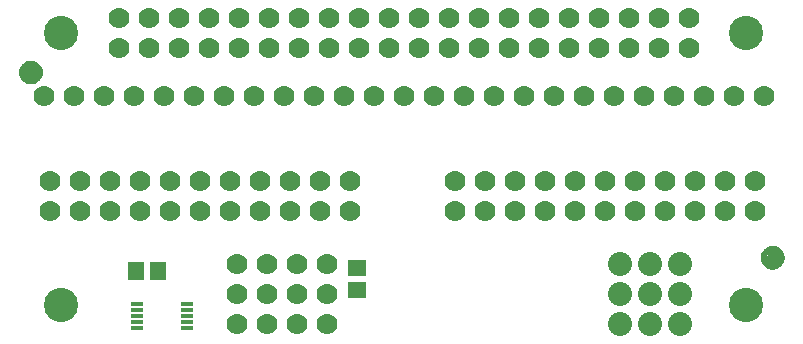
<source format=gbr>
G04 EAGLE Gerber RS-274X export*
G75*
%MOMM*%
%FSLAX34Y34*%
%LPD*%
%INSoldermask Top*%
%IPPOS*%
%AMOC8*
5,1,8,0,0,1.08239X$1,22.5*%
G01*
%ADD10C,2.901600*%
%ADD11C,1.778000*%
%ADD12C,1.101600*%
%ADD13C,0.500000*%
%ADD14C,2.032000*%
%ADD15R,1.101600X0.351600*%
%ADD16R,1.341600X1.601600*%
%ADD17R,1.601600X1.341600*%


D10*
X35000Y35000D03*
X35000Y265000D03*
X615000Y265000D03*
X615000Y35000D03*
D11*
X83700Y252300D03*
X83700Y277700D03*
X109100Y252300D03*
X109100Y277700D03*
X134500Y252300D03*
X134500Y277700D03*
X159900Y252300D03*
X159900Y277700D03*
X185300Y252300D03*
X185300Y277700D03*
X210700Y252300D03*
X210700Y277700D03*
X236100Y252300D03*
X236100Y277700D03*
X261500Y252300D03*
X261500Y277700D03*
X286900Y252300D03*
X286900Y277700D03*
X312300Y252300D03*
X312300Y277700D03*
X337700Y252300D03*
X337700Y277700D03*
X363100Y252300D03*
X363100Y277700D03*
X388500Y252300D03*
X388500Y277700D03*
X413900Y252300D03*
X413900Y277700D03*
X439300Y252300D03*
X439300Y277700D03*
X464700Y252300D03*
X464700Y277700D03*
X490100Y252300D03*
X490100Y277700D03*
X515500Y252300D03*
X515500Y277700D03*
X540900Y252300D03*
X540900Y277700D03*
X566300Y252300D03*
X566300Y277700D03*
X20320Y212090D03*
X45720Y212090D03*
X71120Y212090D03*
X96520Y212090D03*
X121920Y212090D03*
X147320Y212090D03*
X172720Y212090D03*
X198120Y212090D03*
X223520Y212090D03*
X248920Y212090D03*
X274320Y212090D03*
X299720Y212090D03*
X325120Y212090D03*
X350520Y212090D03*
X375920Y212090D03*
X401320Y212090D03*
X426720Y212090D03*
X452120Y212090D03*
X477520Y212090D03*
X502920Y212090D03*
X528320Y212090D03*
X553720Y212090D03*
X579120Y212090D03*
X604520Y212090D03*
X629920Y212090D03*
D12*
X9525Y231775D03*
D13*
X9525Y239275D02*
X9344Y239273D01*
X9163Y239266D01*
X8982Y239255D01*
X8801Y239240D01*
X8621Y239220D01*
X8441Y239196D01*
X8262Y239168D01*
X8084Y239135D01*
X7907Y239098D01*
X7730Y239057D01*
X7555Y239012D01*
X7380Y238962D01*
X7207Y238908D01*
X7036Y238850D01*
X6865Y238788D01*
X6697Y238721D01*
X6530Y238651D01*
X6364Y238577D01*
X6201Y238498D01*
X6040Y238416D01*
X5880Y238330D01*
X5723Y238240D01*
X5568Y238146D01*
X5415Y238049D01*
X5265Y237947D01*
X5117Y237843D01*
X4971Y237734D01*
X4829Y237623D01*
X4689Y237507D01*
X4552Y237389D01*
X4417Y237267D01*
X4286Y237142D01*
X4158Y237014D01*
X4033Y236883D01*
X3911Y236748D01*
X3793Y236611D01*
X3677Y236471D01*
X3566Y236329D01*
X3457Y236183D01*
X3353Y236035D01*
X3251Y235885D01*
X3154Y235732D01*
X3060Y235577D01*
X2970Y235420D01*
X2884Y235260D01*
X2802Y235099D01*
X2723Y234936D01*
X2649Y234770D01*
X2579Y234603D01*
X2512Y234435D01*
X2450Y234264D01*
X2392Y234093D01*
X2338Y233920D01*
X2288Y233745D01*
X2243Y233570D01*
X2202Y233393D01*
X2165Y233216D01*
X2132Y233038D01*
X2104Y232859D01*
X2080Y232679D01*
X2060Y232499D01*
X2045Y232318D01*
X2034Y232137D01*
X2027Y231956D01*
X2025Y231775D01*
X9525Y239275D02*
X9706Y239273D01*
X9887Y239266D01*
X10068Y239255D01*
X10249Y239240D01*
X10429Y239220D01*
X10609Y239196D01*
X10788Y239168D01*
X10966Y239135D01*
X11143Y239098D01*
X11320Y239057D01*
X11495Y239012D01*
X11670Y238962D01*
X11843Y238908D01*
X12014Y238850D01*
X12185Y238788D01*
X12353Y238721D01*
X12520Y238651D01*
X12686Y238577D01*
X12849Y238498D01*
X13010Y238416D01*
X13170Y238330D01*
X13327Y238240D01*
X13482Y238146D01*
X13635Y238049D01*
X13785Y237947D01*
X13933Y237843D01*
X14079Y237734D01*
X14221Y237623D01*
X14361Y237507D01*
X14498Y237389D01*
X14633Y237267D01*
X14764Y237142D01*
X14892Y237014D01*
X15017Y236883D01*
X15139Y236748D01*
X15257Y236611D01*
X15373Y236471D01*
X15484Y236329D01*
X15593Y236183D01*
X15697Y236035D01*
X15799Y235885D01*
X15896Y235732D01*
X15990Y235577D01*
X16080Y235420D01*
X16166Y235260D01*
X16248Y235099D01*
X16327Y234936D01*
X16401Y234770D01*
X16471Y234603D01*
X16538Y234435D01*
X16600Y234264D01*
X16658Y234093D01*
X16712Y233920D01*
X16762Y233745D01*
X16807Y233570D01*
X16848Y233393D01*
X16885Y233216D01*
X16918Y233038D01*
X16946Y232859D01*
X16970Y232679D01*
X16990Y232499D01*
X17005Y232318D01*
X17016Y232137D01*
X17023Y231956D01*
X17025Y231775D01*
X17023Y231594D01*
X17016Y231413D01*
X17005Y231232D01*
X16990Y231051D01*
X16970Y230871D01*
X16946Y230691D01*
X16918Y230512D01*
X16885Y230334D01*
X16848Y230157D01*
X16807Y229980D01*
X16762Y229805D01*
X16712Y229630D01*
X16658Y229457D01*
X16600Y229286D01*
X16538Y229115D01*
X16471Y228947D01*
X16401Y228780D01*
X16327Y228614D01*
X16248Y228451D01*
X16166Y228290D01*
X16080Y228130D01*
X15990Y227973D01*
X15896Y227818D01*
X15799Y227665D01*
X15697Y227515D01*
X15593Y227367D01*
X15484Y227221D01*
X15373Y227079D01*
X15257Y226939D01*
X15139Y226802D01*
X15017Y226667D01*
X14892Y226536D01*
X14764Y226408D01*
X14633Y226283D01*
X14498Y226161D01*
X14361Y226043D01*
X14221Y225927D01*
X14079Y225816D01*
X13933Y225707D01*
X13785Y225603D01*
X13635Y225501D01*
X13482Y225404D01*
X13327Y225310D01*
X13170Y225220D01*
X13010Y225134D01*
X12849Y225052D01*
X12686Y224973D01*
X12520Y224899D01*
X12353Y224829D01*
X12185Y224762D01*
X12014Y224700D01*
X11843Y224642D01*
X11670Y224588D01*
X11495Y224538D01*
X11320Y224493D01*
X11143Y224452D01*
X10966Y224415D01*
X10788Y224382D01*
X10609Y224354D01*
X10429Y224330D01*
X10249Y224310D01*
X10068Y224295D01*
X9887Y224284D01*
X9706Y224277D01*
X9525Y224275D01*
X9344Y224277D01*
X9163Y224284D01*
X8982Y224295D01*
X8801Y224310D01*
X8621Y224330D01*
X8441Y224354D01*
X8262Y224382D01*
X8084Y224415D01*
X7907Y224452D01*
X7730Y224493D01*
X7555Y224538D01*
X7380Y224588D01*
X7207Y224642D01*
X7036Y224700D01*
X6865Y224762D01*
X6697Y224829D01*
X6530Y224899D01*
X6364Y224973D01*
X6201Y225052D01*
X6040Y225134D01*
X5880Y225220D01*
X5723Y225310D01*
X5568Y225404D01*
X5415Y225501D01*
X5265Y225603D01*
X5117Y225707D01*
X4971Y225816D01*
X4829Y225927D01*
X4689Y226043D01*
X4552Y226161D01*
X4417Y226283D01*
X4286Y226408D01*
X4158Y226536D01*
X4033Y226667D01*
X3911Y226802D01*
X3793Y226939D01*
X3677Y227079D01*
X3566Y227221D01*
X3457Y227367D01*
X3353Y227515D01*
X3251Y227665D01*
X3154Y227818D01*
X3060Y227973D01*
X2970Y228130D01*
X2884Y228290D01*
X2802Y228451D01*
X2723Y228614D01*
X2649Y228780D01*
X2579Y228947D01*
X2512Y229115D01*
X2450Y229286D01*
X2392Y229457D01*
X2338Y229630D01*
X2288Y229805D01*
X2243Y229980D01*
X2202Y230157D01*
X2165Y230334D01*
X2132Y230512D01*
X2104Y230691D01*
X2080Y230871D01*
X2060Y231051D01*
X2045Y231232D01*
X2034Y231413D01*
X2027Y231594D01*
X2025Y231775D01*
D12*
X637540Y74930D03*
D13*
X637540Y82430D02*
X637359Y82428D01*
X637178Y82421D01*
X636997Y82410D01*
X636816Y82395D01*
X636636Y82375D01*
X636456Y82351D01*
X636277Y82323D01*
X636099Y82290D01*
X635922Y82253D01*
X635745Y82212D01*
X635570Y82167D01*
X635395Y82117D01*
X635222Y82063D01*
X635051Y82005D01*
X634880Y81943D01*
X634712Y81876D01*
X634545Y81806D01*
X634379Y81732D01*
X634216Y81653D01*
X634055Y81571D01*
X633895Y81485D01*
X633738Y81395D01*
X633583Y81301D01*
X633430Y81204D01*
X633280Y81102D01*
X633132Y80998D01*
X632986Y80889D01*
X632844Y80778D01*
X632704Y80662D01*
X632567Y80544D01*
X632432Y80422D01*
X632301Y80297D01*
X632173Y80169D01*
X632048Y80038D01*
X631926Y79903D01*
X631808Y79766D01*
X631692Y79626D01*
X631581Y79484D01*
X631472Y79338D01*
X631368Y79190D01*
X631266Y79040D01*
X631169Y78887D01*
X631075Y78732D01*
X630985Y78575D01*
X630899Y78415D01*
X630817Y78254D01*
X630738Y78091D01*
X630664Y77925D01*
X630594Y77758D01*
X630527Y77590D01*
X630465Y77419D01*
X630407Y77248D01*
X630353Y77075D01*
X630303Y76900D01*
X630258Y76725D01*
X630217Y76548D01*
X630180Y76371D01*
X630147Y76193D01*
X630119Y76014D01*
X630095Y75834D01*
X630075Y75654D01*
X630060Y75473D01*
X630049Y75292D01*
X630042Y75111D01*
X630040Y74930D01*
X637540Y82430D02*
X637721Y82428D01*
X637902Y82421D01*
X638083Y82410D01*
X638264Y82395D01*
X638444Y82375D01*
X638624Y82351D01*
X638803Y82323D01*
X638981Y82290D01*
X639158Y82253D01*
X639335Y82212D01*
X639510Y82167D01*
X639685Y82117D01*
X639858Y82063D01*
X640029Y82005D01*
X640200Y81943D01*
X640368Y81876D01*
X640535Y81806D01*
X640701Y81732D01*
X640864Y81653D01*
X641025Y81571D01*
X641185Y81485D01*
X641342Y81395D01*
X641497Y81301D01*
X641650Y81204D01*
X641800Y81102D01*
X641948Y80998D01*
X642094Y80889D01*
X642236Y80778D01*
X642376Y80662D01*
X642513Y80544D01*
X642648Y80422D01*
X642779Y80297D01*
X642907Y80169D01*
X643032Y80038D01*
X643154Y79903D01*
X643272Y79766D01*
X643388Y79626D01*
X643499Y79484D01*
X643608Y79338D01*
X643712Y79190D01*
X643814Y79040D01*
X643911Y78887D01*
X644005Y78732D01*
X644095Y78575D01*
X644181Y78415D01*
X644263Y78254D01*
X644342Y78091D01*
X644416Y77925D01*
X644486Y77758D01*
X644553Y77590D01*
X644615Y77419D01*
X644673Y77248D01*
X644727Y77075D01*
X644777Y76900D01*
X644822Y76725D01*
X644863Y76548D01*
X644900Y76371D01*
X644933Y76193D01*
X644961Y76014D01*
X644985Y75834D01*
X645005Y75654D01*
X645020Y75473D01*
X645031Y75292D01*
X645038Y75111D01*
X645040Y74930D01*
X645038Y74749D01*
X645031Y74568D01*
X645020Y74387D01*
X645005Y74206D01*
X644985Y74026D01*
X644961Y73846D01*
X644933Y73667D01*
X644900Y73489D01*
X644863Y73312D01*
X644822Y73135D01*
X644777Y72960D01*
X644727Y72785D01*
X644673Y72612D01*
X644615Y72441D01*
X644553Y72270D01*
X644486Y72102D01*
X644416Y71935D01*
X644342Y71769D01*
X644263Y71606D01*
X644181Y71445D01*
X644095Y71285D01*
X644005Y71128D01*
X643911Y70973D01*
X643814Y70820D01*
X643712Y70670D01*
X643608Y70522D01*
X643499Y70376D01*
X643388Y70234D01*
X643272Y70094D01*
X643154Y69957D01*
X643032Y69822D01*
X642907Y69691D01*
X642779Y69563D01*
X642648Y69438D01*
X642513Y69316D01*
X642376Y69198D01*
X642236Y69082D01*
X642094Y68971D01*
X641948Y68862D01*
X641800Y68758D01*
X641650Y68656D01*
X641497Y68559D01*
X641342Y68465D01*
X641185Y68375D01*
X641025Y68289D01*
X640864Y68207D01*
X640701Y68128D01*
X640535Y68054D01*
X640368Y67984D01*
X640200Y67917D01*
X640029Y67855D01*
X639858Y67797D01*
X639685Y67743D01*
X639510Y67693D01*
X639335Y67648D01*
X639158Y67607D01*
X638981Y67570D01*
X638803Y67537D01*
X638624Y67509D01*
X638444Y67485D01*
X638264Y67465D01*
X638083Y67450D01*
X637902Y67439D01*
X637721Y67432D01*
X637540Y67430D01*
X637359Y67432D01*
X637178Y67439D01*
X636997Y67450D01*
X636816Y67465D01*
X636636Y67485D01*
X636456Y67509D01*
X636277Y67537D01*
X636099Y67570D01*
X635922Y67607D01*
X635745Y67648D01*
X635570Y67693D01*
X635395Y67743D01*
X635222Y67797D01*
X635051Y67855D01*
X634880Y67917D01*
X634712Y67984D01*
X634545Y68054D01*
X634379Y68128D01*
X634216Y68207D01*
X634055Y68289D01*
X633895Y68375D01*
X633738Y68465D01*
X633583Y68559D01*
X633430Y68656D01*
X633280Y68758D01*
X633132Y68862D01*
X632986Y68971D01*
X632844Y69082D01*
X632704Y69198D01*
X632567Y69316D01*
X632432Y69438D01*
X632301Y69563D01*
X632173Y69691D01*
X632048Y69822D01*
X631926Y69957D01*
X631808Y70094D01*
X631692Y70234D01*
X631581Y70376D01*
X631472Y70522D01*
X631368Y70670D01*
X631266Y70820D01*
X631169Y70973D01*
X631075Y71128D01*
X630985Y71285D01*
X630899Y71445D01*
X630817Y71606D01*
X630738Y71769D01*
X630664Y71935D01*
X630594Y72102D01*
X630527Y72270D01*
X630465Y72441D01*
X630407Y72612D01*
X630353Y72785D01*
X630303Y72960D01*
X630258Y73135D01*
X630217Y73312D01*
X630180Y73489D01*
X630147Y73667D01*
X630119Y73846D01*
X630095Y74026D01*
X630075Y74206D01*
X630060Y74387D01*
X630049Y74568D01*
X630042Y74749D01*
X630040Y74930D01*
D14*
X508000Y69850D03*
X533400Y69850D03*
X558800Y69850D03*
X508000Y44450D03*
X533400Y44450D03*
X558800Y44450D03*
X508000Y19050D03*
X533400Y19050D03*
X558800Y19050D03*
D11*
X25400Y139700D03*
X50800Y139700D03*
X76200Y139700D03*
X101600Y139700D03*
X127000Y139700D03*
X152400Y139700D03*
X177800Y139700D03*
X203200Y139700D03*
X228600Y139700D03*
X254000Y139700D03*
X279400Y139700D03*
X25400Y114300D03*
X50800Y114300D03*
X76200Y114300D03*
X101600Y114300D03*
X127000Y114300D03*
X152400Y114300D03*
X177800Y114300D03*
X203200Y114300D03*
X228600Y114300D03*
X254000Y114300D03*
X279400Y114300D03*
X368300Y139700D03*
X393700Y139700D03*
X419100Y139700D03*
X444500Y139700D03*
X469900Y139700D03*
X495300Y139700D03*
X520700Y139700D03*
X546100Y139700D03*
X571500Y139700D03*
X596900Y139700D03*
X622300Y139700D03*
X368300Y114300D03*
X393700Y114300D03*
X419100Y114300D03*
X444500Y114300D03*
X469900Y114300D03*
X495300Y114300D03*
X520700Y114300D03*
X546100Y114300D03*
X571500Y114300D03*
X596900Y114300D03*
X622300Y114300D03*
D15*
X141781Y15400D03*
X141781Y20400D03*
X141781Y25400D03*
X141781Y30400D03*
X141781Y35400D03*
X99519Y35400D03*
X99519Y30400D03*
X99519Y25400D03*
X99519Y20400D03*
X99519Y15400D03*
D16*
X117450Y63500D03*
X98450Y63500D03*
D17*
X285750Y66650D03*
X285750Y47650D03*
D11*
X184150Y44450D03*
X209550Y44450D03*
X234950Y44450D03*
X260350Y44450D03*
X184150Y69850D03*
X209550Y69850D03*
X234950Y69850D03*
X260350Y69850D03*
X184150Y19050D03*
X209550Y19050D03*
X234950Y19050D03*
X260350Y19050D03*
M02*

</source>
